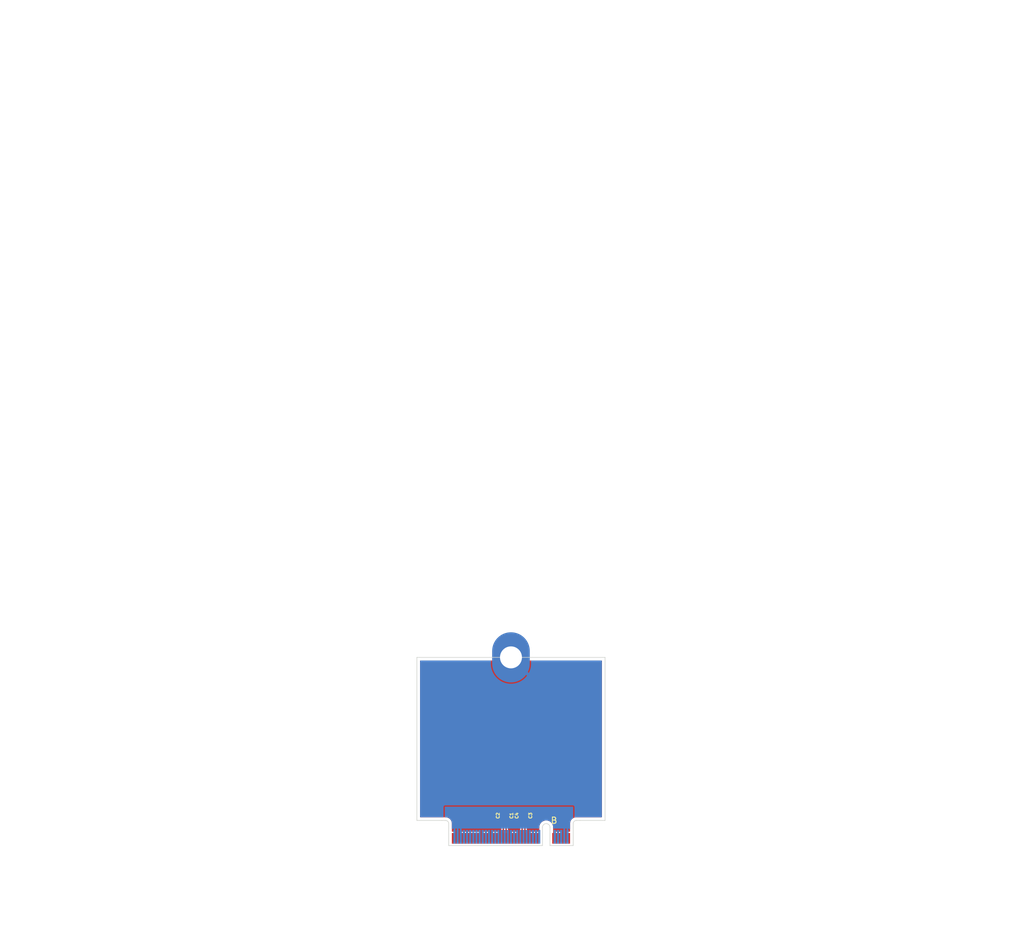
<source format=kicad_pcb>
(kicad_pcb (version 20241229) (generator "pcbnew") (generator_version "9.0")
  (layers (0 "F.Cu" signal) (2 "B.Cu" signal) (13 "F.Paste" user) (15 "B.Paste" user) (5 "F.SilkS" user "F.Silkscreen") (7 "B.SilkS" user "B.Silkscreen") (1 "F.Mask" user) (3 "B.Mask" user) (25 "Edge.Cuts" user))
  (net 0 "")
  (net 1 "/M.2 B key/PET0N")
  (net 2 "/M.2 B key/PET0P")
  (net 3 "/M.2 B key/PET1P")
  (net 4 "/M.2 B key/PET1N")
  (net 5 "GND")
  (net 6 "/CONFIG_3")
  (net 7 "+3.3V")
  (net 8 "/FULL_CARD_PWR_OFF#")
  (net 9 "/USB_D+")
  (net 10 "/W_DISABLE1#")
  (net 11 "/USB_D-")
  (net 12 "/GPIO_9{slash}LED#1")
  (net 13 "/GPIO_5")
  (net 14 "/CONFIG_0")
  (net 15 "/GPIO_6")
  (net 16 "/DPR")
  (net 17 "/GPIO_7")
  (net 18 "/GPIO_11")
  (net 19 "/GPIO_10")
  (net 20 "/GPIO_8")
  (net 21 "/UIM-RESET")
  (net 22 "/UIM-CLK")
  (net 23 "/UIM-DATA")
  (net 24 "/PER1-")
  (net 25 "/UIM-PWR")
  (net 26 "/PER1+")
  (net 27 "/DEVSLP")
  (net 28 "/GPIO_0")
  (net 29 "/GPIO_1")
  (net 30 "/GPIO_2")
  (net 31 "/GPIO_3")
  (net 32 "/PER0-")
  (net 33 "/GPIO_4")
  (net 34 "/PER0+")
  (net 35 "/PERST#")
  (net 36 "/CLKREQ#")
  (net 37 "/REFCLK-")
  (net 38 "/PEWAKE#")
  (net 39 "/REFCLK+")
  (net 42 "/ANTCTL0")
  (net 44 "/ANTCTL1")
  (net 46 "/ANTCTL2")
  (net 48 "/ANTCTL3")
  (net 49 "/SIM_DETECT")
  (net 50 "/RESET#")
  (net 51 "/SUSCLK")
  (net 52 "/CONFIG_1")
  (net 53 "/CONFIG_2")
  (net 54 "/PET0+")
  (net 55 "/PET1+")
  (net 56 "/PET1-")
  (net 57 "/PET0-")
  (footprint "Capacitor_SMD:C_0201_0603Metric" (layer "F.Cu") (at 108.36 153.24 90)
    (property "Reference" "C1" (at 0 0.73 270) (layer "F.SilkS") (effects (font (size 0.5 0.5))))
    (property "Value" "220nF")
    (pad "1" smd roundrect (at -0.32 0 90) (size 0.46 0.4) (layers "F.Cu" "F.Mask") (net 1 "/M.2 B key/PET0N"))
    (pad "2" smd roundrect (at 0.32 0 90) (size 0.46 0.4) (layers "F.Cu" "F.Mask") (net 57 "/PET0-"))
  )
  (footprint "Capacitor_SMD:C_0201_0603Metric" (layer "F.Cu") (at 111.36 153.24 90)
    (property "Reference" "C3" (at 0 0.75 90) (layer "F.SilkS") (effects (font (size 0.5 0.5))))
    (property "Value" "220nF")
    (pad "1" smd roundrect (at -0.32 0 90) (size 0.46 0.4) (layers "F.Cu" "F.Mask") (net 4 "/M.2 B key/PET1N"))
    (pad "2" smd roundrect (at 0.32 0 90) (size 0.46 0.4) (layers "F.Cu" "F.Mask") (net 56 "/PET1-"))
  )
  (footprint "Capacitor_SMD:C_0201_0603Metric" (layer "F.Cu") (at 107.66 153.24 90)
    (property "Reference" "C2" (at 0 -0.73 90) (layer "F.SilkS") (effects (font (size 0.5 0.5))))
    (property "Value" "220nF")
    (pad "1" smd roundrect (at -0.32 0 90) (size 0.46 0.4) (layers "F.Cu" "F.Mask") (net 2 "/M.2 B key/PET0P"))
    (pad "2" smd roundrect (at 0.32 0 90) (size 0.46 0.4) (layers "F.Cu" "F.Mask") (net 54 "/PET0+"))
  )
  (footprint "Athena KiCAd library:M.2 Mounting Pad" (layer "F.Cu") (at 109.01 128.01)
    (property "Reference" "H1")
    (property "Value" "MountingHole_Pad")
    (pad "1" thru_hole circle (at 0 0) (size 5.5 5.5) (drill 3.5) (property pad_prop_castellated) (layers "*.Cu" "*.Mask") (net 5 "GND") (padstack (mode front_inner_back) (layer "Inner" (shape circle) (size 5.5 5.5)) (layer "B.Cu" (shape oval) (size 6 8))))
  )
  (footprint "Capacitor_SMD:C_0201_0603Metric" (layer "F.Cu") (at 110.66 153.24 90)
    (property "Reference" "C4" (at 0 -0.72 90) (layer "F.SilkS") (effects (font (size 0.5 0.5))))
    (property "Value" "220nF")
    (pad "1" smd roundrect (at -0.32 0 90) (size 0.46 0.4) (layers "F.Cu" "F.Mask") (net 3 "/M.2 B key/PET1P"))
    (pad "2" smd roundrect (at 0.32 0 90) (size 0.46 0.4) (layers "F.Cu" "F.Mask") (net 55 "/PET1+"))
  )
  (footprint "PCIexpress:M.2 B Key Connector" (layer "F.Cu") (at 109.01 156.9)
    (property "Reference" "J1")
    (property "Value" "~")
    (fp_line (start -11 -2.89) (end -10.425 -2.89) (stroke (width 0.1)) (layer "Edge.Cuts"))
    (fp_line (start -9.925 -2.39) (end -9.925 1.11) (stroke (width 0.1)) (layer "Edge.Cuts"))
    (fp_line (start 5.02 -1.79) (end 5.02 1.11) (stroke (width 0.1)) (layer "Edge.Cuts"))
    (fp_line (start 5.02 1.11) (end -9.925 1.11) (stroke (width 0.1)) (layer "Edge.Cuts"))
    (fp_line (start 6.22 -1.79) (end 6.22 1.11) (stroke (width 0.1)) (layer "Edge.Cuts"))
    (fp_line (start 6.225333 1.11) (end 9.925 1.11) (stroke (width 0.1)) (layer "Edge.Cuts"))
    (fp_line (start 9.925 -2.39) (end 9.925 1.11) (stroke (width 0.1)) (layer "Edge.Cuts"))
    (fp_line (start 10.425 -2.89) (end 11 -2.89) (stroke (width 0.1)) (layer "Edge.Cuts"))
    (fp_arc (start -10.425 -2.89) (mid -10.071447 -2.743553) (end -9.925 -2.39) (stroke (width 0.1)) (layer "Edge.Cuts"))
    (fp_arc (start 5.02 -1.79) (mid 5.62 -2.39) (end 6.22 -1.79) (stroke (width 0.1)) (layer "Edge.Cuts"))
    (fp_arc (start 9.925 -2.39) (mid 10.071447 -2.743553) (end 10.425 -2.89) (stroke (width 0.1)) (layer "Edge.Cuts"))
    (fp_text user "B" (at 6.27 -2.3 0) (layer "F.SilkS") (effects (justify left bottom)))
    (pad "1" smd rect (at 9.25 -0.04 180) (size 0.35 1.7) (layers "F.Cu") (net 6 "/CONFIG_3"))
    (pad "2" smd rect (at 9 -0.29 180) (size 0.35 2.2) (layers "B.Cu") (net 7 "+3.3V"))
    (pad "3" smd rect (at 8.75 -0.04 180) (size 0.35 1.7) (layers "F.Cu") (net 5 "GND"))
    (pad "4" smd rect (at 8.5 -0.29 180) (size 0.35 2.2) (layers "B.Cu") (net 7 "+3.3V"))
    (pad "5" smd rect (at 8.25 -0.04 180) (size 0.35 1.7) (layers "F.Cu") (net 5 "GND"))
    (pad "6" smd rect (at 8 -0.29 180) (size 0.35 2.2) (layers "B.Cu") (net 8 "/FULL_CARD_PWR_OFF#"))
    (pad "7" smd rect (at 7.75 -0.04 180) (size 0.35 1.7) (layers "F.Cu") (net 9 "/USB_D+"))
    (pad "8" smd rect (at 7.5 -0.29 180) (size 0.35 2.2) (layers "B.Cu") (net 10 "/W_DISABLE1#"))
    (pad "9" smd rect (at 7.25 -0.04 180) (size 0.35 1.7) (layers "F.Cu") (net 11 "/USB_D-"))
    (pad "10" smd rect (at 7 -0.29 180) (size 0.35 2.2) (layers "B.Cu") (net 12 "/GPIO_9{slash}LED#1"))
    (pad "11" smd rect (at 6.75 -0.04 180) (size 0.35 1.7) (layers "F.Cu") (net 5 "GND"))
    (pad "20" smd rect (at 4.5 -0.29 180) (size 0.35 2.2) (layers "B.Cu") (net 13 "/GPIO_5"))
    (pad "21" smd rect (at 4.25 -0.04 180) (size 0.35 1.7) (layers "F.Cu") (net 14 "/CONFIG_0"))
    (pad "22" smd rect (at 4 -0.29 180) (size 0.35 2.2) (layers "B.Cu") (net 15 "/GPIO_6"))
    (pad "23" smd rect (at 3.75 -0.04 180) (size 0.35 1.7) (layers "F.Cu") (net 16 "/DPR"))
    (pad "24" smd rect (at 3.5 -0.29 180) (size 0.35 2.2) (layers "B.Cu") (net 17 "/GPIO_7"))
    (pad "25" smd rect (at 3.25 -0.04 180) (size 0.35 1.7) (layers "F.Cu") (net 18 "/GPIO_11"))
    (pad "26" smd rect (at 3 -0.29 180) (size 0.35 2.2) (layers "B.Cu") (net 19 "/GPIO_10"))
    (pad "27" smd rect (at 2.75 -0.04 180) (size 0.35 1.7) (layers "F.Cu") (net 5 "GND"))
    (pad "28" smd rect (at 2.5 -0.29 180) (size 0.35 2.2) (layers "B.Cu") (net 20 "/GPIO_8"))
    (pad "29" smd rect (at 2.25 -0.04 180) (size 0.35 1.7) (layers "F.Cu") (net 4 "/M.2 B key/PET1N"))
    (pad "30" smd rect (at 2 -0.29 180) (size 0.35 2.2) (layers "B.Cu") (net 21 "/UIM-RESET"))
    (pad "31" smd rect (at 1.75 -0.04 180) (size 0.35 1.7) (layers "F.Cu") (net 3 "/M.2 B key/PET1P"))
    (pad "32" smd rect (at 1.5 -0.29 180) (size 0.35 2.2) (layers "B.Cu") (net 22 "/UIM-CLK"))
    (pad "33" smd rect (at 1.25 -0.04 180) (size 0.35 1.7) (layers "F.Cu") (net 5 "GND"))
    (pad "34" smd rect (at 1 -0.29 180) (size 0.35 2.2) (layers "B.Cu") (net 23 "/UIM-DATA"))
    (pad "35" smd rect (at 0.75 -0.04 180) (size 0.35 1.7) (layers "F.Cu") (net 24 "/PER1-"))
    (pad "36" smd rect (at 0.5 -0.29 180) (size 0.35 2.2) (layers "B.Cu") (net 25 "/UIM-PWR"))
    (pad "37" smd rect (at 0.25 -0.04 180) (size 0.35 1.7) (layers "F.Cu") (net 26 "/PER1+"))
    (pad "38" smd rect (at 0 -0.29 180) (size 0.35 2.2) (layers "B.Cu") (net 27 "/DEVSLP"))
    (pad "39" smd rect (at -0.25 -0.04 180) (size 0.35 1.7) (layers "F.Cu") (net 5 "GND"))
    (pad "40" smd rect (at -0.5 -0.29 180) (size 0.35 2.2) (layers "B.Cu") (net 28 "/GPIO_0"))
    (pad "41" smd rect (at -0.75 -0.04 180) (size 0.35 1.7) (layers "F.Cu") (net 1 "/M.2 B key/PET0N"))
    (pad "42" smd rect (at -1 -0.29 180) (size 0.35 2.2) (layers "B.Cu") (net 29 "/GPIO_1"))
    (pad "43" smd rect (at -1.25 -0.04 180) (size 0.35 1.7) (layers "F.Cu") (net 2 "/M.2 B key/PET0P"))
    (pad "44" smd rect (at -1.5 -0.29 180) (size 0.35 2.2) (layers "B.Cu") (net 30 "/GPIO_2"))
    (pad "45" smd rect (at -1.75 -0.04 180) (size 0.35 1.7) (layers "F.Cu") (net 5 "GND"))
    (pad "46" smd rect (at -2 -0.29 180) (size 0.35 2.2) (layers "B.Cu") (net 31 "/GPIO_3"))
    (pad "47" smd rect (at -2.25 -0.04 180) (size 0.35 1.7) (layers "F.Cu") (net 32 "/PER0-"))
    (pad "48" smd rect (at -2.5 -0.29 180) (size 0.35 2.2) (layers "B.Cu") (net 33 "/GPIO_4"))
    (pad "49" smd rect (at -2.75 -0.04 180) (size 0.35 1.7) (layers "F.Cu") (net 34 "/PER0+"))
    (pad "50" smd rect (at -3 -0.29 180) (size 0.35 2.2) (layers "B.Cu") (net 35 "/PERST#"))
    (pad "51" smd rect (at -3.25 -0.04 180) (size 0.35 1.7) (layers "F.Cu") (net 5 "GND"))
    (pad "52" smd rect (at -3.5 -0.29 180) (size 0.35 2.2) (layers "B.Cu") (net 36 "/CLKREQ#"))
    (pad "53" smd rect (at -3.75 -0.04 180) (size 0.35 1.7) (layers "F.Cu") (net 37 "/REFCLK-"))
    (pad "54" smd rect (at -4 -0.29 180) (size 0.35 2.2) (layers "B.Cu") (net 38 "/PEWAKE#"))
    (pad "55" smd rect (at -4.25 -0.04 180) (size 0.35 1.7) (layers "F.Cu") (net 39 "/REFCLK+"))
    (pad "56" smd rect (at -4.5 -0.29 180) (size 0.35 2.2) (layers "B.Cu"))
    (pad "57" smd rect (at -4.75 -0.04 180) (size 0.35 1.7) (layers "F.Cu") (net 5 "GND"))
    (pad "58" smd rect (at -5 -0.29 180) (size 0.35 2.2) (layers "B.Cu"))
    (pad "59" smd rect (at -5.25 -0.04 180) (size 0.35 1.7) (layers "F.Cu") (net 42 "/ANTCTL0"))
    (pad "60" smd rect (at -5.5 -0.29 180) (size 0.35 2.2) (layers "B.Cu"))
    (pad "61" smd rect (at -5.75 -0.04 180) (size 0.35 1.7) (layers "F.Cu") (net 44 "/ANTCTL1"))
    (pad "62" smd rect (at -6 -0.29 180) (size 0.35 2.2) (layers "B.Cu"))
    (pad "63" smd rect (at -6.25 -0.04 180) (size 0.35 1.7) (layers "F.Cu") (net 46 "/ANTCTL2"))
    (pad "64" smd rect (at -6.5 -0.29 180) (size 0.35 2.2) (layers "B.Cu"))
    (pad "65" smd rect (at -6.75 -0.04 180) (size 0.35 1.7) (layers "F.Cu") (net 48 "/ANTCTL3"))
    (pad "66" smd rect (at -7 -0.29 180) (size 0.35 2.2) (layers "B.Cu") (net 49 "/SIM_DETECT"))
    (pad "67" smd rect (at -7.25 -0.04 180) (size 0.35 1.7) (layers "F.Cu") (net 50 "/RESET#"))
    (pad "68" smd rect (at -7.5 -0.29 180) (size 0.35 2.2) (layers "B.Cu") (net 51 "/SUSCLK"))
    (pad "69" smd rect (at -7.75 -0.04 180) (size 0.35 1.7) (layers "F.Cu") (net 52 "/CONFIG_1"))
    (pad "70" smd rect (at -8 -0.29 180) (size 0.35 2.2) (layers "B.Cu") (net 7 "+3.3V"))
    (pad "71" smd rect (at -8.25 -0.04 180) (size 0.35 1.7) (layers "F.Cu") (net 5 "GND"))
    (pad "72" smd rect (at -8.5 -0.29 180) (size 0.35 2.2) (layers "B.Cu") (net 7 "+3.3V"))
    (pad "73" smd rect (at -8.75 -0.04 180) (size 0.35 1.7) (layers "F.Cu") (net 5 "GND"))
    (pad "74" smd rect (at -9 -0.29 180) (size 0.35 2.2) (layers "B.Cu") (net 7 "+3.3V"))
    (pad "75" smd rect (at -9.25 -0.04 180) (size 0.35 1.7) (layers "F.Cu") (net 53 "/CONFIG_2"))
  )
  (gr_line (start 120.01 154.01) (end 124.01 154.01) (stroke (width 0.1)) (layer "Edge.Cuts"))
  (gr_line (start 124.01 128.01) (end 94.01 128.01) (stroke (width 0.1)) (layer "Edge.Cuts"))
  (gr_line (start 98.01 154.01) (end 94.01 154.01) (stroke (width 0.1)) (layer "Edge.Cuts"))
  (gr_line (start 124.01 154.01) (end 124.01 128.01) (stroke (width 0.1)) (layer "Edge.Cuts"))
  (gr_line (start 94.01 128.01) (end 94.01 154.01) (stroke (width 0.1)) (layer "Edge.Cuts"))
  (segment (start 108.235 155.559999) (end 108.235 154.030001) (width 0.2) (layer "F.Cu") (net 1))
  (segment (start 108.26 155.584999) (end 108.235 155.559999) (width 0.2) (layer "F.Cu") (net 1))
  (segment (start 108.26 156.86) (end 108.26 155.584999) (width 0.2) (layer "F.Cu") (net 1))
  (segment (start 108.235 154.030001) (end 108.36 153.905001) (width 0.2) (layer "F.Cu") (net 1))
  (segment (start 108.36 153.905001) (end 108.36 153.56) (width 0.2) (layer "F.Cu") (net 1))
  (segment (start 107.76 155.584999) (end 107.785 155.559999) (width 0.2) (layer "F.Cu") (net 2))
  (segment (start 107.76 156.86) (end 107.76 155.584999) (width 0.2) (layer "F.Cu") (net 2))
  (segment (start 107.785 155.559999) (end 107.785 154.030001) (width 0.2) (layer "F.Cu") (net 2))
  (segment (start 107.785 154.030001) (end 107.66 153.905001) (width 0.2) (layer "F.Cu") (net 2))
  (segment (start 107.66 153.905001) (end 107.66 153.56) (width 0.2) (layer "F.Cu") (net 2))
  (segment (start 110.785 155.559999) (end 110.785 154.030001) (width 0.2) (layer "F.Cu") (net 3))
  (segment (start 110.76 156.86) (end 110.76 155.584999) (width 0.2) (layer "F.Cu") (net 3))
  (segment (start 110.76 155.584999) (end 110.785 155.559999) (width 0.2) (layer "F.Cu") (net 3))
  (segment (start 110.785 154.030001) (end 110.66 153.905001) (width 0.2) (layer "F.Cu") (net 3))
  (segment (start 110.66 153.905001) (end 110.66 153.56) (width 0.2) (layer "F.Cu") (net 3))
  (segment (start 111.26 155.584999) (end 111.235 155.559999) (width 0.2) (layer "F.Cu") (net 4))
  (segment (start 111.235 155.559999) (end 111.235 154.030001) (width 0.2) (layer "F.Cu") (net 4))
  (segment (start 111.36 153.905001) (end 111.36 153.56) (width 0.2) (layer "F.Cu") (net 4))
  (segment (start 111.235 154.030001) (end 111.36 153.905001) (width 0.2) (layer "F.Cu") (net 4))
  (segment (start 111.26 156.86) (end 111.26 155.584999) (width 0.2) (layer "F.Cu") (net 4))
  (zone (net 5) (net_name "GND") (layers "F.Cu" "B.Cu") (connect_pads (clearance 0.15)) (min_thickness 0.15) (fill yes (thermal_gap 0.2) (thermal_bridge_width 0.5))
    (polygon (pts (xy 94.01 156.25) (xy 94.01 48.01) (xy 124.01 48.01) (xy 124.01 156.25)))
  )
  (zone (net 7) (net_name "+3.3V") (layer "B.Cu") (priority 1) (connect_pads (clearance 0.2)) (min_thickness 0.1) (fill yes (thermal_gap 0.2) (thermal_bridge_width 0.25))
    (polygon (pts (xy 118.93 156.19) (xy 118.93 151.825) (xy 118.915 151.81) (xy 98.46 151.81) (xy 98.46 156.44) (xy 118.68 156.44)))
  )
)
</source>
